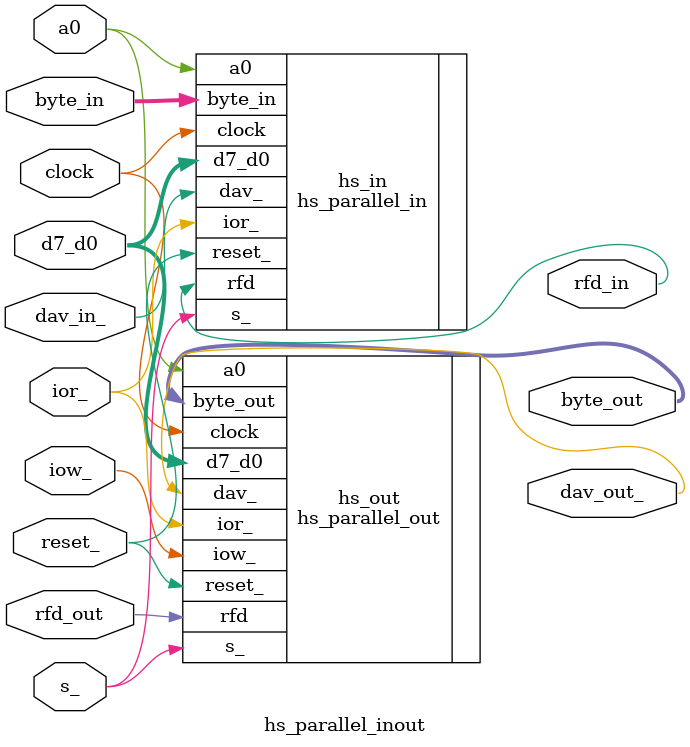
<source format=v>
module hs_parallel_inout(clock, reset_,
												 s_, ior_, iow_, a0, d7_d0,
												 dav_in_, rfd_in,
												 dav_out_, rfd_out,
												 byte_in, byte_out);
	input clock, reset_;
	input s_, a0, ior_, iow_;
	
	input dav_in_;
	output rfd_in;
	
	output dav_out_;
	input rfd_out;

	inout[7:0] d7_d0;
	input[7:0] byte_in;
	output[7:0] byte_out;

	hs_parallel_in hs_in (
		.clock(clock), .reset_(reset_),
		.s_(s_), .ior_(ior_), .a0(a0), 
		.dav_(dav_in_), .rfd(rfd_in),
		.d7_d0(d7_d0), .byte_in(byte_in)
	);
	
	hs_parallel_out hs_out (
		.clock(clock), .reset_(reset_),
		.s_(s_), .ior_(ior_), .iow_(iow_), .a0(a0), 
		.dav_(dav_out_), .rfd(rfd_out),
		.d7_d0(d7_d0), .byte_out(byte_out)
	);
endmodule

</source>
